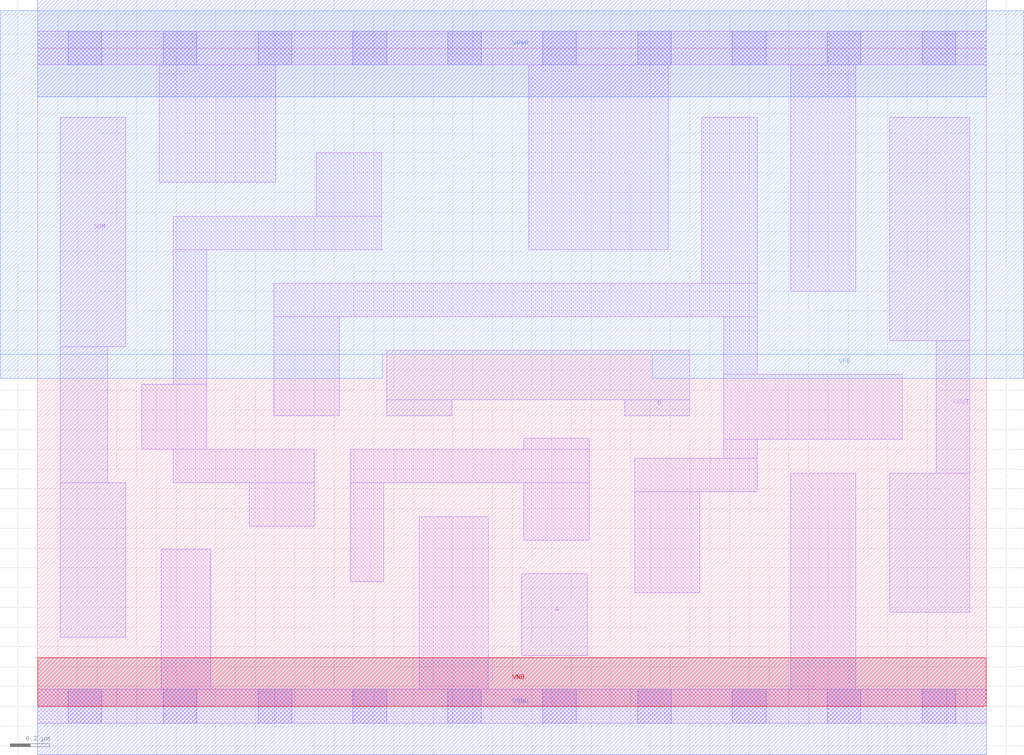
<source format=lef>
# Copyright 2020 The SkyWater PDK Authors
#
# Licensed under the Apache License, Version 2.0 (the "License");
# you may not use this file except in compliance with the License.
# You may obtain a copy of the License at
#
#     https://www.apache.org/licenses/LICENSE-2.0
#
# Unless required by applicable law or agreed to in writing, software
# distributed under the License is distributed on an "AS IS" BASIS,
# WITHOUT WARRANTIES OR CONDITIONS OF ANY KIND, either express or implied.
# See the License for the specific language governing permissions and
# limitations under the License.
#
# SPDX-License-Identifier: Apache-2.0

VERSION 5.7 ;
  NOWIREEXTENSIONATPIN ON ;
  DIVIDERCHAR "/" ;
  BUSBITCHARS "[]" ;
MACRO sky130_fd_sc_ms__ha_1
  CLASS CORE ;
  FOREIGN sky130_fd_sc_ms__ha_1 ;
  ORIGIN  0.000000  0.000000 ;
  SIZE  4.800000 BY  3.330000 ;
  SYMMETRY X Y ;
  SITE unit ;
  PIN A
    ANTENNAGATEAREA  0.523200 ;
    DIRECTION INPUT ;
    USE SIGNAL ;
    PORT
      LAYER li1 ;
        RECT 2.450000 0.255000 2.780000 0.670000 ;
    END
  END A
  PIN B
    ANTENNAGATEAREA  0.523200 ;
    DIRECTION INPUT ;
    USE SIGNAL ;
    PORT
      LAYER li1 ;
        RECT 1.765000 1.470000 2.095000 1.550000 ;
        RECT 1.765000 1.550000 3.300000 1.800000 ;
        RECT 2.970000 1.470000 3.300000 1.550000 ;
    END
  END B
  PIN COUT
    ANTENNADIFFAREA  0.524500 ;
    DIRECTION OUTPUT ;
    USE SIGNAL ;
    PORT
      LAYER li1 ;
        RECT 4.310000 0.475000 4.715000 1.180000 ;
        RECT 4.310000 1.850000 4.715000 2.980000 ;
        RECT 4.545000 1.180000 4.715000 1.850000 ;
    END
  END COUT
  PIN SUM
    ANTENNADIFFAREA  0.524500 ;
    DIRECTION OUTPUT ;
    USE SIGNAL ;
    PORT
      LAYER li1 ;
        RECT 0.115000 0.350000 0.445000 1.130000 ;
        RECT 0.115000 1.130000 0.355000 1.820000 ;
        RECT 0.115000 1.820000 0.445000 2.980000 ;
    END
  END SUM
  PIN VGND
    DIRECTION INOUT ;
    USE GROUND ;
    PORT
      LAYER met1 ;
        RECT 0.000000 -0.245000 4.800000 0.245000 ;
    END
  END VGND
  PIN VNB
    DIRECTION INOUT ;
    USE GROUND ;
    PORT
      LAYER pwell ;
        RECT 0.000000 0.000000 4.800000 0.245000 ;
    END
  END VNB
  PIN VPB
    DIRECTION INOUT ;
    USE POWER ;
    PORT
      LAYER nwell ;
        RECT -0.190000 1.660000 1.745000 1.780000 ;
        RECT -0.190000 1.780000 4.990000 3.520000 ;
        RECT  3.110000 1.660000 4.990000 1.780000 ;
    END
  END VPB
  PIN VPWR
    DIRECTION INOUT ;
    USE POWER ;
    PORT
      LAYER met1 ;
        RECT 0.000000 3.085000 4.800000 3.575000 ;
    END
  END VPWR
  OBS
    LAYER li1 ;
      RECT 0.000000 -0.085000 4.800000 0.085000 ;
      RECT 0.000000  3.245000 4.800000 3.415000 ;
      RECT 0.525000  1.300000 0.855000 1.630000 ;
      RECT 0.615000  2.650000 1.205000 3.245000 ;
      RECT 0.625000  0.085000 0.875000 0.795000 ;
      RECT 0.685000  1.130000 1.400000 1.300000 ;
      RECT 0.685000  1.630000 0.855000 2.310000 ;
      RECT 0.685000  2.310000 1.740000 2.480000 ;
      RECT 1.070000  0.910000 1.400000 1.130000 ;
      RECT 1.195000  1.470000 1.525000 1.970000 ;
      RECT 1.195000  1.970000 3.640000 2.140000 ;
      RECT 1.410000  2.480000 1.740000 2.800000 ;
      RECT 1.580000  0.630000 1.750000 1.130000 ;
      RECT 1.580000  1.130000 2.790000 1.300000 ;
      RECT 1.930000  0.085000 2.280000 0.960000 ;
      RECT 2.460000  0.840000 2.790000 1.130000 ;
      RECT 2.460000  1.300000 2.790000 1.355000 ;
      RECT 2.485000  2.310000 3.190000 3.245000 ;
      RECT 3.020000  0.575000 3.350000 1.085000 ;
      RECT 3.020000  1.085000 3.640000 1.255000 ;
      RECT 3.360000  2.140000 3.640000 2.980000 ;
      RECT 3.470000  1.255000 3.640000 1.350000 ;
      RECT 3.470000  1.350000 4.375000 1.680000 ;
      RECT 3.470000  1.680000 3.640000 1.970000 ;
      RECT 3.810000  0.085000 4.140000 1.180000 ;
      RECT 3.810000  2.100000 4.140000 3.245000 ;
    LAYER mcon ;
      RECT 0.155000 -0.085000 0.325000 0.085000 ;
      RECT 0.155000  3.245000 0.325000 3.415000 ;
      RECT 0.635000 -0.085000 0.805000 0.085000 ;
      RECT 0.635000  3.245000 0.805000 3.415000 ;
      RECT 1.115000 -0.085000 1.285000 0.085000 ;
      RECT 1.115000  3.245000 1.285000 3.415000 ;
      RECT 1.595000 -0.085000 1.765000 0.085000 ;
      RECT 1.595000  3.245000 1.765000 3.415000 ;
      RECT 2.075000 -0.085000 2.245000 0.085000 ;
      RECT 2.075000  3.245000 2.245000 3.415000 ;
      RECT 2.555000 -0.085000 2.725000 0.085000 ;
      RECT 2.555000  3.245000 2.725000 3.415000 ;
      RECT 3.035000 -0.085000 3.205000 0.085000 ;
      RECT 3.035000  3.245000 3.205000 3.415000 ;
      RECT 3.515000 -0.085000 3.685000 0.085000 ;
      RECT 3.515000  3.245000 3.685000 3.415000 ;
      RECT 3.995000 -0.085000 4.165000 0.085000 ;
      RECT 3.995000  3.245000 4.165000 3.415000 ;
      RECT 4.475000 -0.085000 4.645000 0.085000 ;
      RECT 4.475000  3.245000 4.645000 3.415000 ;
  END
END sky130_fd_sc_ms__ha_1
END LIBRARY

</source>
